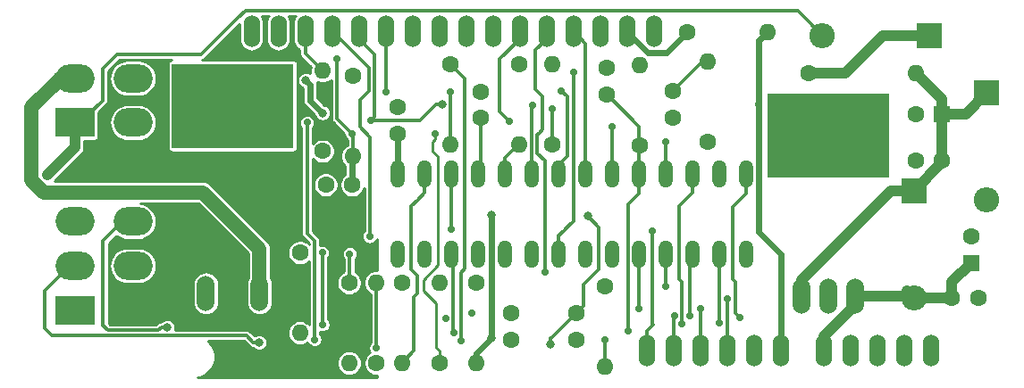
<source format=gtl>
G04 #@! TF.GenerationSoftware,KiCad,Pcbnew,5.1.2-f72e74a~84~ubuntu19.04.1*
G04 #@! TF.CreationDate,2019-06-18T19:15:32+02:00*
G04 #@! TF.ProjectId,SLC_Free_PCB,534c435f-4672-4656-955f-5043422e6b69,rev?*
G04 #@! TF.SameCoordinates,Original*
G04 #@! TF.FileFunction,Copper,L1,Top*
G04 #@! TF.FilePolarity,Positive*
%FSLAX46Y46*%
G04 Gerber Fmt 4.6, Leading zero omitted, Abs format (unit mm)*
G04 Created by KiCad (PCBNEW 5.1.2-f72e74a~84~ubuntu19.04.1) date 2019-06-18 19:15:32*
%MOMM*%
%LPD*%
G04 APERTURE LIST*
%ADD10O,1.600000X1.600000*%
%ADD11C,1.600000*%
%ADD12O,3.700000X2.700000*%
%ADD13R,3.700000X2.700000*%
%ADD14R,11.500000X8.000000*%
%ADD15O,1.676400X3.352800*%
%ADD16O,1.320800X2.641600*%
%ADD17O,1.524000X3.048000*%
%ADD18R,2.400000X2.400000*%
%ADD19O,2.400000X2.400000*%
%ADD20R,1.600000X1.600000*%
%ADD21C,0.800000*%
%ADD22C,0.711200*%
%ADD23C,0.304800*%
%ADD24C,1.350000*%
%ADD25C,0.609600*%
%ADD26C,1.016000*%
%ADD27C,0.250000*%
%ADD28C,0.203200*%
%ADD29C,0.254000*%
G04 APERTURE END LIST*
D10*
X152981500Y-122110000D03*
D11*
X152981500Y-114490000D03*
D12*
X108230000Y-94790000D03*
X108230000Y-98990000D03*
X102730000Y-94790000D03*
D13*
X102730000Y-98990000D03*
D12*
X108220000Y-108380000D03*
X108220000Y-112580000D03*
X108220000Y-116780000D03*
X102720000Y-108380000D03*
X102720000Y-112580000D03*
D13*
X102720000Y-116780000D03*
D10*
X182400000Y-94270000D03*
D11*
X172240000Y-94270000D03*
X141150000Y-96050000D03*
X141150000Y-98550000D03*
D10*
X147925000Y-93480000D03*
D11*
X147925000Y-101100000D03*
D10*
X144810000Y-101090000D03*
D11*
X144810000Y-93470000D03*
D10*
X168395000Y-90375000D03*
D11*
X160775000Y-90375000D03*
D10*
X156250000Y-93505000D03*
D11*
X156250000Y-101125000D03*
D10*
X162650000Y-93205000D03*
D11*
X162650000Y-100825000D03*
D10*
X124050000Y-118950000D03*
D11*
X124050000Y-111330000D03*
D10*
X131275000Y-114200000D03*
D11*
X131275000Y-121820000D03*
D10*
X128725000Y-121820000D03*
D11*
X128725000Y-114200000D03*
D10*
X133725000Y-121820000D03*
D11*
X133725000Y-114200000D03*
D10*
X137325000Y-114200000D03*
D11*
X137325000Y-121820000D03*
D10*
X140725000Y-121820000D03*
D11*
X140725000Y-114200000D03*
D10*
X138300300Y-101079400D03*
D11*
X138300300Y-93459400D03*
D10*
X129075000Y-102170000D03*
D11*
X129075000Y-94550000D03*
D10*
X126200000Y-94080000D03*
D11*
X126200000Y-101700000D03*
X126500000Y-104900000D03*
X129000000Y-104900000D03*
X144075000Y-119575000D03*
X144075000Y-117075000D03*
X150275000Y-117075000D03*
X150275000Y-119575000D03*
X188320000Y-115620000D03*
X185820000Y-115620000D03*
X182400000Y-102570000D03*
X184900000Y-102570000D03*
X159356900Y-98500000D03*
X159356900Y-96000000D03*
X153130000Y-93800000D03*
X153130000Y-96300000D03*
X133347300Y-97538000D03*
X133347300Y-100038000D03*
D14*
X117690000Y-97410000D03*
D15*
X115150000Y-115190000D03*
X117690000Y-115190000D03*
X120230000Y-115190000D03*
D14*
X174114300Y-100217200D03*
D15*
X171574300Y-115457200D03*
X174114300Y-115457200D03*
X176654300Y-115457200D03*
D16*
X133347300Y-103848000D03*
X135887300Y-103848000D03*
X138427300Y-103848000D03*
X140967300Y-103848000D03*
X143507300Y-103848000D03*
X146047300Y-103848000D03*
X148587300Y-103848000D03*
X151127300Y-103848000D03*
X153667300Y-103848000D03*
X156207300Y-103848000D03*
X158747300Y-103848000D03*
X161287300Y-103848000D03*
X163827300Y-103848000D03*
X166367300Y-103848000D03*
X166367300Y-111468000D03*
X163827300Y-111468000D03*
X161287300Y-111468000D03*
X158747300Y-111468000D03*
X156207300Y-111468000D03*
X153667300Y-111468000D03*
X143507300Y-111468000D03*
X146047300Y-111468000D03*
X140967300Y-111468000D03*
X138427300Y-111468000D03*
X151127300Y-111468000D03*
X148587300Y-111468000D03*
X135887300Y-111468000D03*
X133347300Y-111468000D03*
D17*
X183817100Y-120586600D03*
X181277100Y-120586600D03*
X178737100Y-120586600D03*
X176197100Y-120586600D03*
X173657100Y-120586600D03*
X157578900Y-90309800D03*
X155038900Y-90309800D03*
X152498900Y-90309800D03*
X149958900Y-90309800D03*
X147418900Y-90309800D03*
X144878900Y-90309800D03*
X142338900Y-90309800D03*
X139798900Y-90309800D03*
X137258900Y-90309800D03*
X134718900Y-90309800D03*
X132178900Y-90309800D03*
X129638900Y-90309800D03*
X127098900Y-90309800D03*
X124558900Y-90309800D03*
X122018900Y-90309800D03*
X119478900Y-90309800D03*
X169593100Y-120586600D03*
X167053100Y-120586600D03*
X164513100Y-120586600D03*
X161973100Y-120586600D03*
X159433100Y-120586600D03*
X156893100Y-120586600D03*
D18*
X183730000Y-90700000D03*
D19*
X173570000Y-90700000D03*
D18*
X182250000Y-105440000D03*
D19*
X182250000Y-115600000D03*
X189140000Y-106300000D03*
D18*
X189140000Y-96140000D03*
D20*
X184900000Y-98160000D03*
D11*
X182400000Y-98160000D03*
X187650000Y-109790000D03*
D20*
X187650000Y-112290000D03*
D21*
X142220000Y-107750000D03*
X142220000Y-119410000D03*
X151330000Y-107880000D03*
X147820000Y-120040000D03*
X124610000Y-94980000D03*
X126190000Y-98070000D03*
D22*
X147950000Y-97690000D03*
X129003900Y-100038000D03*
X127560000Y-92980000D03*
X136852500Y-100038000D03*
X167535700Y-97244000D03*
X138427300Y-109080400D03*
X157473300Y-109283600D03*
X146060000Y-97300000D03*
D21*
X137510000Y-97290000D03*
D22*
X130731100Y-98800000D03*
X148810000Y-95970000D03*
X132170000Y-96070000D03*
X143913700Y-98877600D03*
X153667300Y-99400000D03*
X155191300Y-118783200D03*
X158747300Y-100825400D03*
X126159100Y-111341000D03*
X126209900Y-118148200D03*
X160271300Y-118072000D03*
X137870000Y-117560000D03*
X165732300Y-117487800D03*
X163801900Y-117995800D03*
X159560100Y-117360800D03*
X160982500Y-117360800D03*
X158747300Y-114516000D03*
X161973100Y-116649600D03*
X156181900Y-116649600D03*
X164540000Y-115710000D03*
X130670000Y-109780000D03*
X140332300Y-117075000D03*
X138605100Y-118961000D03*
D21*
X120190000Y-119860000D03*
D22*
X147300000Y-113169800D03*
X149950000Y-94230000D03*
X131289900Y-120383400D03*
X128775300Y-111468000D03*
X138300300Y-96050200D03*
X139316300Y-119672200D03*
D21*
X111490000Y-118400000D03*
D22*
X152981500Y-119596000D03*
X124730000Y-98990000D03*
X125447900Y-119570600D03*
D21*
X100118000Y-103968000D03*
X100718000Y-103368000D03*
D23*
X150898699Y-116395601D02*
X150898699Y-114391301D01*
X150238300Y-117056000D02*
X150898699Y-116395601D01*
X150898699Y-114391301D02*
X152390000Y-112900000D01*
X152390000Y-108940000D02*
X151330000Y-107880000D01*
X152390000Y-112900000D02*
X152390000Y-108940000D01*
D24*
X120230000Y-112163600D02*
X120230000Y-115190000D01*
X120230000Y-111990000D02*
X120230000Y-112163600D01*
D25*
X142220000Y-108315685D02*
X142220000Y-119410000D01*
X142220000Y-107750000D02*
X142220000Y-108315685D01*
D23*
X147820000Y-120040000D02*
X147820000Y-119474300D01*
X147820000Y-119474300D02*
X147944300Y-119350000D01*
X147944300Y-119350000D02*
X150238300Y-117056000D01*
D25*
X140725000Y-120905000D02*
X142220000Y-119410000D01*
X140725000Y-121820000D02*
X140725000Y-120905000D01*
D24*
X102730000Y-94790000D02*
X101490000Y-94790000D01*
X102730000Y-94790000D02*
X101300000Y-94790000D01*
D26*
X102730000Y-94790000D02*
X101360000Y-94790000D01*
D25*
X125009999Y-95379999D02*
X125009999Y-96889999D01*
X124610000Y-94980000D02*
X125009999Y-95379999D01*
X125009999Y-96889999D02*
X126190000Y-98070000D01*
X126190000Y-98070000D02*
X126190000Y-98070000D01*
D24*
X98620000Y-97530000D02*
X101360000Y-94790000D01*
X98620000Y-104450000D02*
X98620000Y-97530000D01*
X99771301Y-105601301D02*
X98620000Y-104450000D01*
X120230000Y-115190000D02*
X120230000Y-110992602D01*
X114838699Y-105601301D02*
X99771301Y-105601301D01*
X120230000Y-110992602D02*
X114838699Y-105601301D01*
D25*
X133347300Y-103848000D02*
X133347300Y-100038000D01*
X129003900Y-104889400D02*
X129003900Y-102171600D01*
X168348500Y-90386000D02*
X167535700Y-91198800D01*
X167535700Y-91198800D02*
X167535700Y-97244000D01*
D27*
X136852500Y-100540894D02*
X136575000Y-100818394D01*
X136852500Y-100038000D02*
X136852500Y-100540894D01*
X136575000Y-100818394D02*
X136575000Y-101675000D01*
X136575000Y-101675000D02*
X137150000Y-102250000D01*
X137150000Y-102250000D02*
X137150000Y-112525000D01*
X137150000Y-112525000D02*
X135725000Y-113950000D01*
X135725000Y-113950000D02*
X135725000Y-114925000D01*
X135725000Y-114925000D02*
X136950000Y-116150000D01*
X136950000Y-116150000D02*
X136950000Y-120300000D01*
X137325000Y-120675000D02*
X137325000Y-121820000D01*
X136950000Y-120300000D02*
X137325000Y-120675000D01*
D23*
X147950000Y-101075000D02*
X147925000Y-101100000D01*
X147950000Y-97690000D02*
X147950000Y-101075000D01*
X129075000Y-100109100D02*
X129003900Y-100038000D01*
X129075000Y-102170000D02*
X129075000Y-100109100D01*
X127560000Y-93482894D02*
X127550000Y-93492894D01*
X127560000Y-92980000D02*
X127560000Y-93482894D01*
X127550000Y-98584100D02*
X129003900Y-100038000D01*
X127550000Y-93492894D02*
X127550000Y-98584100D01*
D26*
X185800000Y-115600000D02*
X185820000Y-115620000D01*
X182250000Y-115600000D02*
X185800000Y-115600000D01*
X185820000Y-114120000D02*
X187650000Y-112290000D01*
X185820000Y-115620000D02*
X185820000Y-114120000D01*
X181607200Y-114957200D02*
X182250000Y-115600000D01*
X176654300Y-115795400D02*
X176654300Y-114957200D01*
X182107200Y-115457200D02*
X182250000Y-115600000D01*
X176654300Y-115457200D02*
X182107200Y-115457200D01*
X176654300Y-116295400D02*
X176654300Y-115457200D01*
X173657100Y-119292600D02*
X176654300Y-116295400D01*
X173657100Y-120586600D02*
X173657100Y-119292600D01*
D25*
X167535700Y-97244000D02*
X167535700Y-109384300D01*
X169593100Y-111441700D02*
X167535700Y-109384300D01*
X169593100Y-120586600D02*
X169593100Y-111441700D01*
D23*
X133702900Y-121805800D02*
X134871300Y-120637400D01*
X135887300Y-105676800D02*
X135887300Y-103848000D01*
X134871300Y-120637400D02*
X134871300Y-115508700D01*
X134871300Y-115508700D02*
X135160000Y-115220000D01*
X135160000Y-115220000D02*
X135160000Y-113470000D01*
X135160000Y-113470000D02*
X134620000Y-112930000D01*
X134620000Y-112930000D02*
X134620000Y-106944100D01*
X134620000Y-106944100D02*
X135160000Y-106404100D01*
X134871300Y-106692800D02*
X135160000Y-106404100D01*
X135160000Y-106404100D02*
X135887300Y-105676800D01*
X138427300Y-103848000D02*
X138427300Y-109080400D01*
X156893100Y-118757800D02*
X157510000Y-118140900D01*
X156893100Y-120586600D02*
X156893100Y-118757800D01*
X157473300Y-118104200D02*
X157473300Y-109283600D01*
X157510000Y-118140900D02*
X157473300Y-118104200D01*
X140967300Y-98768000D02*
X141145100Y-98590200D01*
X141150000Y-103665300D02*
X140967300Y-103848000D01*
X141150000Y-98550000D02*
X141150000Y-103665300D01*
X143507300Y-103848000D02*
X143507300Y-102349400D01*
X143507300Y-102349400D02*
X144777300Y-101079400D01*
X129638900Y-91071800D02*
X129638900Y-90309800D01*
X131086699Y-92519599D02*
X129638900Y-91071800D01*
X131086699Y-98444401D02*
X131086699Y-92519599D01*
X130731100Y-98800000D02*
X131086699Y-98444401D01*
X146047300Y-97417300D02*
X146040000Y-97410000D01*
X146047300Y-103848000D02*
X146047300Y-97417300D01*
X135434315Y-98800000D02*
X134920000Y-98800000D01*
X137510000Y-97290000D02*
X136944315Y-97290000D01*
X136944315Y-97290000D02*
X135434315Y-98800000D01*
X130731100Y-98800000D02*
X134920000Y-98800000D01*
X134920000Y-98800000D02*
X135384200Y-98800000D01*
X148587300Y-103848000D02*
X148942900Y-103492400D01*
X148587300Y-103848000D02*
X148587300Y-102972700D01*
X148587300Y-102972700D02*
X149360000Y-102200000D01*
X149360000Y-96520000D02*
X148810000Y-95970000D01*
X149360000Y-102200000D02*
X149360000Y-96520000D01*
X132178900Y-96061100D02*
X132170000Y-96070000D01*
X132178900Y-90309800D02*
X132178900Y-96061100D01*
X151127300Y-103848000D02*
X151127300Y-91478200D01*
X151127300Y-91478200D02*
X149958900Y-90309800D01*
X144878900Y-91071800D02*
X144878900Y-90309800D01*
X142990000Y-92960700D02*
X144878900Y-91071800D01*
X153667300Y-103848000D02*
X153667300Y-102222400D01*
X153667300Y-102222400D02*
X153667300Y-99400000D01*
X142990000Y-97953900D02*
X143913700Y-98877600D01*
X142990000Y-92960700D02*
X142990000Y-97953900D01*
X155191300Y-118783200D02*
X155191300Y-106718200D01*
X155191300Y-106718200D02*
X156207300Y-105702200D01*
X156207300Y-105702200D02*
X156207300Y-103848000D01*
X156207300Y-99357300D02*
X156207300Y-103848000D01*
X153130000Y-96280000D02*
X156207300Y-99357300D01*
X158747300Y-103848000D02*
X158747300Y-100825400D01*
X126209900Y-111391800D02*
X126159100Y-111341000D01*
X126209900Y-118148200D02*
X126209900Y-111391800D01*
X161287300Y-105600600D02*
X161287300Y-103848000D01*
X159990000Y-106897900D02*
X161287300Y-105600600D01*
X159990000Y-113810000D02*
X159990000Y-106897900D01*
X160268101Y-114088101D02*
X159990000Y-113810000D01*
X160271300Y-118072000D02*
X160268101Y-118068801D01*
X160268101Y-118068801D02*
X160268101Y-114088101D01*
X166367300Y-105727600D02*
X166367300Y-103848000D01*
X165090000Y-107004900D02*
X166367300Y-105727600D01*
X165090000Y-113870000D02*
X165090000Y-107004900D01*
X165351300Y-114131300D02*
X165090000Y-113870000D01*
X165732300Y-117487800D02*
X165351300Y-117106800D01*
X165351300Y-117106800D02*
X165351300Y-114131300D01*
X163827300Y-111468000D02*
X163827300Y-115735200D01*
X163827300Y-115735200D02*
X163801900Y-115760600D01*
X163801900Y-115760600D02*
X163801900Y-117995800D01*
X159433100Y-120586600D02*
X159433100Y-117487800D01*
X159433100Y-117487800D02*
X159560100Y-117360800D01*
X160982500Y-117360800D02*
X160982500Y-111772800D01*
X160982500Y-111772800D02*
X161287300Y-111468000D01*
X158747300Y-114516000D02*
X158747300Y-111468000D01*
X161973100Y-120586600D02*
X161973100Y-116649600D01*
X156207300Y-111468000D02*
X156207300Y-116624200D01*
X156207300Y-116624200D02*
X156181900Y-116649600D01*
X164540000Y-120559700D02*
X164513100Y-120586600D01*
X164540000Y-115710000D02*
X164540000Y-120559700D01*
X130680000Y-109267106D02*
X130670000Y-109277106D01*
X130680000Y-100350000D02*
X130680000Y-109267106D01*
X127098900Y-90309800D02*
X130581889Y-93792789D01*
X130670000Y-109277106D02*
X130670000Y-109780000D01*
X130680000Y-100350000D02*
X129720000Y-99390000D01*
X129720000Y-99390000D02*
X129720000Y-96811889D01*
X129720000Y-96811889D02*
X130581889Y-95950000D01*
X130581889Y-93792789D02*
X130581889Y-95950000D01*
D28*
X136776300Y-113779400D02*
X136852500Y-113703200D01*
D23*
X138605100Y-118961000D02*
X138757500Y-118808600D01*
X138600000Y-118975000D02*
X138600000Y-111964600D01*
X138757500Y-111798200D02*
X138427300Y-111468000D01*
X100562493Y-119202494D02*
X99860000Y-118500000D01*
X120190000Y-119860000D02*
X119624315Y-119860000D01*
X119624315Y-119860000D02*
X118963691Y-119199376D01*
X100562597Y-119202390D02*
X100562493Y-119202494D01*
X118963691Y-119199376D02*
X107600624Y-119199376D01*
X107600624Y-119199376D02*
X107597610Y-119202390D01*
X107597610Y-119202390D02*
X100562597Y-119202390D01*
X102720000Y-112580000D02*
X102220000Y-112580000D01*
X99860000Y-118500000D02*
X99860000Y-115360000D01*
X99860000Y-114940000D02*
X99860000Y-115360000D01*
X102220000Y-112580000D02*
X99860000Y-114940000D01*
X147300000Y-112666906D02*
X147310000Y-112656906D01*
X147300000Y-113169800D02*
X147300000Y-112666906D01*
X147310000Y-112656906D02*
X147310000Y-102630000D01*
X147418900Y-91071800D02*
X146390000Y-92100700D01*
X147418900Y-90309800D02*
X147418900Y-91071800D01*
X146755301Y-99924699D02*
X146552110Y-100127890D01*
X146552110Y-101872110D02*
X147310000Y-102630000D01*
X146552110Y-100127890D02*
X146552110Y-101872110D01*
X146755301Y-99924699D02*
X146765301Y-99924699D01*
X146765301Y-99924699D02*
X147040000Y-99650000D01*
X147040000Y-96460000D02*
X146390000Y-95810000D01*
X146390000Y-92100700D02*
X146390000Y-95810000D01*
X147040000Y-99650000D02*
X147040000Y-96460000D01*
X148587300Y-109690000D02*
X148587300Y-111468000D01*
X149950000Y-108327300D02*
X149017300Y-109260000D01*
X149654100Y-108623200D02*
X149017300Y-109260000D01*
X149950000Y-94230000D02*
X149950000Y-108327300D01*
X149017300Y-109260000D02*
X148587300Y-109690000D01*
X131289900Y-120383400D02*
X131264500Y-118453000D01*
X131264500Y-118453000D02*
X131264500Y-114185800D01*
X128775300Y-114185800D02*
X128775300Y-111468000D01*
X138300300Y-101079400D02*
X138300300Y-96050200D01*
X139675000Y-112866300D02*
X139316300Y-113225000D01*
X139675000Y-94834100D02*
X139675000Y-112866300D01*
X138300300Y-93459400D02*
X139675000Y-94834100D01*
X139316300Y-119672200D02*
X139316300Y-113225000D01*
X110924315Y-118400000D02*
X111490000Y-118400000D01*
X110629749Y-118694566D02*
X110924315Y-118400000D01*
X107388511Y-118697580D02*
X107391525Y-118694566D01*
X107391525Y-118694566D02*
X110629749Y-118694566D01*
X105410000Y-118270000D02*
X105837580Y-118697580D01*
X105837580Y-118697580D02*
X107388511Y-118697580D01*
X107720000Y-108380000D02*
X108220000Y-108380000D01*
X105410000Y-110500000D02*
X105410000Y-118270000D01*
X108220000Y-108380000D02*
X107270000Y-108380000D01*
X105410000Y-110240000D02*
X105410000Y-110500000D01*
X107270000Y-108380000D02*
X105410000Y-110240000D01*
D27*
X155038900Y-91071800D02*
X155038900Y-90309800D01*
D23*
X155038900Y-90309800D02*
X155038900Y-90588346D01*
D25*
X159975001Y-91174999D02*
X160775000Y-90375000D01*
X158811390Y-92338610D02*
X159975001Y-91174999D01*
X157014716Y-92338610D02*
X158811390Y-92338610D01*
X155038900Y-90309800D02*
X155038900Y-90362794D01*
X155038900Y-90362794D02*
X157014716Y-92338610D01*
D23*
X124558900Y-92438900D02*
X126200000Y-94080000D01*
X124558900Y-90309800D02*
X124558900Y-92438900D01*
X152981500Y-119596000D02*
X152981500Y-122136000D01*
X125440000Y-119059806D02*
X125447900Y-119067706D01*
X125447900Y-119067706D02*
X125447900Y-119570600D01*
X125440000Y-110210000D02*
X125440000Y-119059806D01*
X124730000Y-98990000D02*
X124730000Y-109500000D01*
X124730000Y-109500000D02*
X125440000Y-110210000D01*
X162151900Y-93205000D02*
X162650000Y-93205000D01*
X159356900Y-96000000D02*
X162151900Y-93205000D01*
X102710000Y-99710000D02*
X103210000Y-99710000D01*
D26*
X102730000Y-101356000D02*
X102730000Y-98990000D01*
X100718000Y-103368000D02*
X102730000Y-101356000D01*
X100118000Y-103968000D02*
X100718000Y-103368000D01*
D23*
X103230000Y-98990000D02*
X102730000Y-98990000D01*
X105330000Y-96890000D02*
X103230000Y-98990000D01*
X118137410Y-89079844D02*
X114717254Y-92500000D01*
X105330000Y-93900000D02*
X105330000Y-96890000D01*
X114717254Y-92500000D02*
X106730000Y-92500000D01*
X106730000Y-92500000D02*
X105330000Y-93900000D01*
X118137410Y-89079844D02*
X118137410Y-89072590D01*
X118879844Y-88337410D02*
X118137410Y-89079844D01*
X172370001Y-89497411D02*
X171210000Y-88337410D01*
X171210000Y-88337410D02*
X118879844Y-88337410D01*
X173570000Y-90700000D02*
X172370001Y-89500001D01*
X172370001Y-89500001D02*
X172370001Y-89497411D01*
D26*
X179310000Y-90700000D02*
X175740000Y-94270000D01*
X183730000Y-90700000D02*
X179310000Y-90700000D01*
X172240000Y-94270000D02*
X175740000Y-94270000D01*
X184900000Y-102320000D02*
X184900000Y-102440000D01*
X184900000Y-97850000D02*
X184920000Y-97830000D01*
X184890000Y-102330000D02*
X184900000Y-102320000D01*
X184900000Y-102320000D02*
X184900000Y-102790000D01*
X180034000Y-105440000D02*
X182250000Y-105440000D01*
X171574300Y-113899700D02*
X180034000Y-105440000D01*
X171574300Y-115457200D02*
X171574300Y-113899700D01*
X184900000Y-102320000D02*
X184900000Y-98160000D01*
X184900000Y-96770000D02*
X182400000Y-94270000D01*
X184900000Y-98160000D02*
X184900000Y-96770000D01*
X187120000Y-98160000D02*
X189140000Y-96140000D01*
X184900000Y-98160000D02*
X187120000Y-98160000D01*
X184900000Y-102790000D02*
X182250000Y-105440000D01*
X184900000Y-102570000D02*
X184900000Y-102790000D01*
D29*
G36*
X121063932Y-88909712D02*
G01*
X120957797Y-89108278D01*
X120892439Y-89323734D01*
X120875900Y-89491655D01*
X120875900Y-91127946D01*
X120892439Y-91295867D01*
X120957798Y-91511323D01*
X121063933Y-91709889D01*
X121206768Y-91883933D01*
X121380812Y-92026768D01*
X121579378Y-92132903D01*
X121794834Y-92198261D01*
X122018900Y-92220330D01*
X122242967Y-92198261D01*
X122458423Y-92132903D01*
X122656989Y-92026768D01*
X122831033Y-91883933D01*
X122973868Y-91709889D01*
X123080003Y-91511323D01*
X123145361Y-91295867D01*
X123161900Y-91127946D01*
X123161900Y-89491654D01*
X123145361Y-89323733D01*
X123080003Y-89108277D01*
X122973868Y-88909711D01*
X122941943Y-88870810D01*
X123635858Y-88870810D01*
X123603932Y-88909712D01*
X123497797Y-89108278D01*
X123432439Y-89323734D01*
X123415900Y-89491655D01*
X123415900Y-91127946D01*
X123432439Y-91295867D01*
X123497798Y-91511323D01*
X123603933Y-91709889D01*
X123746768Y-91883933D01*
X123920812Y-92026768D01*
X124025501Y-92082725D01*
X124025501Y-92412703D01*
X124022921Y-92438900D01*
X124033219Y-92543464D01*
X124063719Y-92644010D01*
X124084146Y-92682225D01*
X124113250Y-92736675D01*
X124137976Y-92766803D01*
X124163207Y-92797548D01*
X124163210Y-92797551D01*
X124179906Y-92817895D01*
X124200250Y-92834591D01*
X125077529Y-93711871D01*
X125036088Y-93848484D01*
X125013286Y-94080000D01*
X125036088Y-94311516D01*
X125041371Y-94328933D01*
X124979942Y-94287887D01*
X124837809Y-94229013D01*
X124686922Y-94199000D01*
X124533078Y-94199000D01*
X124382191Y-94229013D01*
X124240058Y-94287887D01*
X124112141Y-94373358D01*
X124003358Y-94482141D01*
X123917887Y-94610058D01*
X123859013Y-94752191D01*
X123829000Y-94903078D01*
X123829000Y-95056922D01*
X123859013Y-95207809D01*
X123917887Y-95349942D01*
X124003358Y-95477859D01*
X124112141Y-95586642D01*
X124240058Y-95672113D01*
X124324199Y-95706966D01*
X124324200Y-96856311D01*
X124320882Y-96889999D01*
X124334123Y-97024439D01*
X124373338Y-97153713D01*
X124437019Y-97272852D01*
X124490132Y-97337570D01*
X124522720Y-97377279D01*
X124548885Y-97398752D01*
X125436796Y-98286664D01*
X125439013Y-98297809D01*
X125497887Y-98439942D01*
X125583358Y-98567859D01*
X125692141Y-98676642D01*
X125820058Y-98762113D01*
X125962191Y-98820987D01*
X126113078Y-98851000D01*
X126266922Y-98851000D01*
X126417809Y-98820987D01*
X126559942Y-98762113D01*
X126687859Y-98676642D01*
X126796642Y-98567859D01*
X126882113Y-98439942D01*
X126940987Y-98297809D01*
X126971000Y-98146922D01*
X126971000Y-97993078D01*
X126940987Y-97842191D01*
X126882113Y-97700058D01*
X126796642Y-97572141D01*
X126687859Y-97463358D01*
X126559942Y-97377887D01*
X126417809Y-97319013D01*
X126406664Y-97316796D01*
X125695799Y-96605932D01*
X125695799Y-95413677D01*
X125699116Y-95379998D01*
X125695799Y-95346319D01*
X125695799Y-95346310D01*
X125685876Y-95245559D01*
X125649221Y-95124724D01*
X125745864Y-95176381D01*
X125968484Y-95243912D01*
X126141984Y-95261000D01*
X126258016Y-95261000D01*
X126431516Y-95243912D01*
X126654136Y-95176381D01*
X126859303Y-95066717D01*
X127016600Y-94937627D01*
X127016601Y-98557903D01*
X127014021Y-98584100D01*
X127024319Y-98688664D01*
X127054819Y-98789210D01*
X127073092Y-98823396D01*
X127104350Y-98881875D01*
X127131674Y-98915169D01*
X127154307Y-98942748D01*
X127154310Y-98942751D01*
X127171006Y-98963095D01*
X127191350Y-98979791D01*
X128267300Y-100055742D01*
X128267300Y-100110549D01*
X128295607Y-100252858D01*
X128351134Y-100386911D01*
X128431745Y-100507555D01*
X128534345Y-100610155D01*
X128541601Y-100615003D01*
X128541601Y-101115986D01*
X128415697Y-101183283D01*
X128235866Y-101330866D01*
X128088283Y-101510697D01*
X127978619Y-101715864D01*
X127911088Y-101938484D01*
X127888286Y-102170000D01*
X127911088Y-102401516D01*
X127978619Y-102624136D01*
X128088283Y-102829303D01*
X128235866Y-103009134D01*
X128318101Y-103076622D01*
X128318100Y-103935255D01*
X128247157Y-103982658D01*
X128082658Y-104147157D01*
X127953412Y-104340587D01*
X127864386Y-104555515D01*
X127819000Y-104783682D01*
X127819000Y-105016318D01*
X127864386Y-105244485D01*
X127953412Y-105459413D01*
X128082658Y-105652843D01*
X128247157Y-105817342D01*
X128440587Y-105946588D01*
X128655515Y-106035614D01*
X128883682Y-106081000D01*
X129116318Y-106081000D01*
X129344485Y-106035614D01*
X129559413Y-105946588D01*
X129752843Y-105817342D01*
X129917342Y-105652843D01*
X130046588Y-105459413D01*
X130135614Y-105244485D01*
X130146601Y-105189253D01*
X130146601Y-109165019D01*
X130144319Y-109172542D01*
X130136600Y-109250912D01*
X130136600Y-109250919D01*
X130134331Y-109273959D01*
X130097845Y-109310445D01*
X130017234Y-109431089D01*
X129961707Y-109565142D01*
X129933400Y-109707451D01*
X129933400Y-109852549D01*
X129961707Y-109994858D01*
X130017234Y-110128911D01*
X130097845Y-110249555D01*
X130200445Y-110352155D01*
X130321089Y-110432766D01*
X130455142Y-110488293D01*
X130597451Y-110516600D01*
X130742549Y-110516600D01*
X130884858Y-110488293D01*
X131018911Y-110432766D01*
X131139555Y-110352155D01*
X131242155Y-110249555D01*
X131322766Y-110128911D01*
X131366100Y-110024294D01*
X131366100Y-113022258D01*
X131333016Y-113019000D01*
X131216984Y-113019000D01*
X131043484Y-113036088D01*
X130820864Y-113103619D01*
X130615697Y-113213283D01*
X130435866Y-113360866D01*
X130288283Y-113540697D01*
X130178619Y-113745864D01*
X130111088Y-113968484D01*
X130088286Y-114200000D01*
X130111088Y-114431516D01*
X130178619Y-114654136D01*
X130288283Y-114859303D01*
X130435866Y-115039134D01*
X130615697Y-115186717D01*
X130731101Y-115248402D01*
X130731100Y-118430329D01*
X130730802Y-118433826D01*
X130731100Y-118456475D01*
X130731100Y-118479194D01*
X130731445Y-118482697D01*
X130749853Y-119881737D01*
X130717745Y-119913845D01*
X130637134Y-120034489D01*
X130581607Y-120168542D01*
X130553300Y-120310851D01*
X130553300Y-120455949D01*
X130581607Y-120598258D01*
X130637134Y-120732311D01*
X130680335Y-120796967D01*
X130522157Y-120902658D01*
X130357658Y-121067157D01*
X130228412Y-121260587D01*
X130139386Y-121475515D01*
X130094000Y-121703682D01*
X130094000Y-121936318D01*
X130139386Y-122164485D01*
X130228412Y-122379413D01*
X130357658Y-122572843D01*
X130522157Y-122737342D01*
X130715587Y-122866588D01*
X130930515Y-122955614D01*
X131158682Y-123001000D01*
X131366100Y-123001000D01*
X131366100Y-123174262D01*
X114356775Y-123174003D01*
X114595736Y-123126471D01*
X114956255Y-122977139D01*
X115280714Y-122760343D01*
X115556643Y-122484414D01*
X115773439Y-122159955D01*
X115914253Y-121820000D01*
X127538286Y-121820000D01*
X127561088Y-122051516D01*
X127628619Y-122274136D01*
X127738283Y-122479303D01*
X127885866Y-122659134D01*
X128065697Y-122806717D01*
X128270864Y-122916381D01*
X128493484Y-122983912D01*
X128666984Y-123001000D01*
X128783016Y-123001000D01*
X128956516Y-122983912D01*
X129179136Y-122916381D01*
X129384303Y-122806717D01*
X129564134Y-122659134D01*
X129711717Y-122479303D01*
X129821381Y-122274136D01*
X129888912Y-122051516D01*
X129911714Y-121820000D01*
X129888912Y-121588484D01*
X129821381Y-121365864D01*
X129711717Y-121160697D01*
X129564134Y-120980866D01*
X129384303Y-120833283D01*
X129179136Y-120723619D01*
X128956516Y-120656088D01*
X128783016Y-120639000D01*
X128666984Y-120639000D01*
X128493484Y-120656088D01*
X128270864Y-120723619D01*
X128065697Y-120833283D01*
X127885866Y-120980866D01*
X127738283Y-121160697D01*
X127628619Y-121365864D01*
X127561088Y-121588484D01*
X127538286Y-121820000D01*
X115914253Y-121820000D01*
X115922771Y-121799436D01*
X115998900Y-121416711D01*
X115998900Y-121026489D01*
X115922771Y-120643764D01*
X115773439Y-120283245D01*
X115556643Y-119958786D01*
X115330633Y-119732776D01*
X118742750Y-119732776D01*
X119228624Y-120218651D01*
X119245320Y-120238995D01*
X119326540Y-120305651D01*
X119419204Y-120355181D01*
X119519750Y-120385681D01*
X119598120Y-120393400D01*
X119598127Y-120393400D01*
X119621168Y-120395669D01*
X119692141Y-120466642D01*
X119820058Y-120552113D01*
X119962191Y-120610987D01*
X120113078Y-120641000D01*
X120266922Y-120641000D01*
X120417809Y-120610987D01*
X120559942Y-120552113D01*
X120687859Y-120466642D01*
X120796642Y-120357859D01*
X120882113Y-120229942D01*
X120940987Y-120087809D01*
X120971000Y-119936922D01*
X120971000Y-119783078D01*
X120940987Y-119632191D01*
X120882113Y-119490058D01*
X120796642Y-119362141D01*
X120687859Y-119253358D01*
X120559942Y-119167887D01*
X120417809Y-119109013D01*
X120266922Y-119079000D01*
X120113078Y-119079000D01*
X119962191Y-119109013D01*
X119820058Y-119167887D01*
X119740022Y-119221365D01*
X119468657Y-118950000D01*
X122863286Y-118950000D01*
X122886088Y-119181516D01*
X122953619Y-119404136D01*
X123063283Y-119609303D01*
X123210866Y-119789134D01*
X123390697Y-119936717D01*
X123595864Y-120046381D01*
X123818484Y-120113912D01*
X123991984Y-120131000D01*
X124108016Y-120131000D01*
X124281516Y-120113912D01*
X124504136Y-120046381D01*
X124709303Y-119936717D01*
X124778678Y-119879783D01*
X124795134Y-119919511D01*
X124875745Y-120040155D01*
X124978345Y-120142755D01*
X125098989Y-120223366D01*
X125233042Y-120278893D01*
X125375351Y-120307200D01*
X125520449Y-120307200D01*
X125662758Y-120278893D01*
X125796811Y-120223366D01*
X125917455Y-120142755D01*
X126020055Y-120040155D01*
X126100666Y-119919511D01*
X126156193Y-119785458D01*
X126184500Y-119643149D01*
X126184500Y-119498051D01*
X126156193Y-119355742D01*
X126100666Y-119221689D01*
X126020055Y-119101045D01*
X125983569Y-119064559D01*
X125981300Y-119041519D01*
X125981300Y-119041511D01*
X125973581Y-118963141D01*
X125973400Y-118962544D01*
X125973400Y-118847529D01*
X125995042Y-118856493D01*
X126137351Y-118884800D01*
X126282449Y-118884800D01*
X126424758Y-118856493D01*
X126558811Y-118800966D01*
X126679455Y-118720355D01*
X126782055Y-118617755D01*
X126862666Y-118497111D01*
X126918193Y-118363058D01*
X126946500Y-118220749D01*
X126946500Y-118075651D01*
X126918193Y-117933342D01*
X126862666Y-117799289D01*
X126782055Y-117678645D01*
X126743300Y-117639890D01*
X126743300Y-114083682D01*
X127544000Y-114083682D01*
X127544000Y-114316318D01*
X127589386Y-114544485D01*
X127678412Y-114759413D01*
X127807658Y-114952843D01*
X127972157Y-115117342D01*
X128165587Y-115246588D01*
X128380515Y-115335614D01*
X128608682Y-115381000D01*
X128841318Y-115381000D01*
X129069485Y-115335614D01*
X129284413Y-115246588D01*
X129477843Y-115117342D01*
X129642342Y-114952843D01*
X129771588Y-114759413D01*
X129860614Y-114544485D01*
X129906000Y-114316318D01*
X129906000Y-114083682D01*
X129860614Y-113855515D01*
X129771588Y-113640587D01*
X129642342Y-113447157D01*
X129477843Y-113282658D01*
X129308700Y-113169640D01*
X129308700Y-111976310D01*
X129347455Y-111937555D01*
X129428066Y-111816911D01*
X129483593Y-111682858D01*
X129511900Y-111540549D01*
X129511900Y-111395451D01*
X129483593Y-111253142D01*
X129428066Y-111119089D01*
X129347455Y-110998445D01*
X129244855Y-110895845D01*
X129124211Y-110815234D01*
X128990158Y-110759707D01*
X128847849Y-110731400D01*
X128702751Y-110731400D01*
X128560442Y-110759707D01*
X128426389Y-110815234D01*
X128305745Y-110895845D01*
X128203145Y-110998445D01*
X128122534Y-111119089D01*
X128067007Y-111253142D01*
X128038700Y-111395451D01*
X128038700Y-111540549D01*
X128067007Y-111682858D01*
X128122534Y-111816911D01*
X128203145Y-111937555D01*
X128241901Y-111976311D01*
X128241900Y-113121802D01*
X128165587Y-113153412D01*
X127972157Y-113282658D01*
X127807658Y-113447157D01*
X127678412Y-113640587D01*
X127589386Y-113855515D01*
X127544000Y-114083682D01*
X126743300Y-114083682D01*
X126743300Y-111792528D01*
X126811866Y-111689911D01*
X126867393Y-111555858D01*
X126895700Y-111413549D01*
X126895700Y-111268451D01*
X126867393Y-111126142D01*
X126811866Y-110992089D01*
X126731255Y-110871445D01*
X126628655Y-110768845D01*
X126508011Y-110688234D01*
X126373958Y-110632707D01*
X126231649Y-110604400D01*
X126086551Y-110604400D01*
X125973400Y-110626907D01*
X125973400Y-110236194D01*
X125975980Y-110210000D01*
X125967993Y-110128911D01*
X125965681Y-110105435D01*
X125935181Y-110004889D01*
X125885651Y-109912225D01*
X125818995Y-109831005D01*
X125798645Y-109814304D01*
X125263400Y-109279059D01*
X125263400Y-104783682D01*
X125319000Y-104783682D01*
X125319000Y-105016318D01*
X125364386Y-105244485D01*
X125453412Y-105459413D01*
X125582658Y-105652843D01*
X125747157Y-105817342D01*
X125940587Y-105946588D01*
X126155515Y-106035614D01*
X126383682Y-106081000D01*
X126616318Y-106081000D01*
X126844485Y-106035614D01*
X127059413Y-105946588D01*
X127252843Y-105817342D01*
X127417342Y-105652843D01*
X127546588Y-105459413D01*
X127635614Y-105244485D01*
X127681000Y-105016318D01*
X127681000Y-104783682D01*
X127635614Y-104555515D01*
X127546588Y-104340587D01*
X127417342Y-104147157D01*
X127252843Y-103982658D01*
X127059413Y-103853412D01*
X126844485Y-103764386D01*
X126616318Y-103719000D01*
X126383682Y-103719000D01*
X126155515Y-103764386D01*
X125940587Y-103853412D01*
X125747157Y-103982658D01*
X125582658Y-104147157D01*
X125453412Y-104340587D01*
X125364386Y-104555515D01*
X125319000Y-104783682D01*
X125263400Y-104783682D01*
X125263400Y-102424021D01*
X125282658Y-102452843D01*
X125447157Y-102617342D01*
X125640587Y-102746588D01*
X125855515Y-102835614D01*
X126083682Y-102881000D01*
X126316318Y-102881000D01*
X126544485Y-102835614D01*
X126759413Y-102746588D01*
X126952843Y-102617342D01*
X127117342Y-102452843D01*
X127246588Y-102259413D01*
X127335614Y-102044485D01*
X127381000Y-101816318D01*
X127381000Y-101583682D01*
X127335614Y-101355515D01*
X127246588Y-101140587D01*
X127117342Y-100947157D01*
X126952843Y-100782658D01*
X126759413Y-100653412D01*
X126544485Y-100564386D01*
X126316318Y-100519000D01*
X126083682Y-100519000D01*
X125855515Y-100564386D01*
X125640587Y-100653412D01*
X125447157Y-100782658D01*
X125282658Y-100947157D01*
X125263400Y-100975979D01*
X125263400Y-99498310D01*
X125302155Y-99459555D01*
X125382766Y-99338911D01*
X125438293Y-99204858D01*
X125466600Y-99062549D01*
X125466600Y-98917451D01*
X125438293Y-98775142D01*
X125382766Y-98641089D01*
X125302155Y-98520445D01*
X125199555Y-98417845D01*
X125078911Y-98337234D01*
X124944858Y-98281707D01*
X124802549Y-98253400D01*
X124657451Y-98253400D01*
X124515142Y-98281707D01*
X124381089Y-98337234D01*
X124260445Y-98417845D01*
X124157845Y-98520445D01*
X124077234Y-98641089D01*
X124021707Y-98775142D01*
X123993400Y-98917451D01*
X123993400Y-99062549D01*
X124021707Y-99204858D01*
X124077234Y-99338911D01*
X124157845Y-99459555D01*
X124196600Y-99498310D01*
X124196601Y-109473803D01*
X124194021Y-109500000D01*
X124204319Y-109604564D01*
X124234819Y-109705110D01*
X124240009Y-109714819D01*
X124284350Y-109797775D01*
X124296915Y-109813085D01*
X124334307Y-109858648D01*
X124334310Y-109858651D01*
X124351006Y-109878995D01*
X124371350Y-109895691D01*
X124906600Y-110430941D01*
X124906600Y-110516415D01*
X124802843Y-110412658D01*
X124609413Y-110283412D01*
X124394485Y-110194386D01*
X124166318Y-110149000D01*
X123933682Y-110149000D01*
X123705515Y-110194386D01*
X123490587Y-110283412D01*
X123297157Y-110412658D01*
X123132658Y-110577157D01*
X123003412Y-110770587D01*
X122914386Y-110985515D01*
X122869000Y-111213682D01*
X122869000Y-111446318D01*
X122914386Y-111674485D01*
X123003412Y-111889413D01*
X123132658Y-112082843D01*
X123297157Y-112247342D01*
X123490587Y-112376588D01*
X123705515Y-112465614D01*
X123933682Y-112511000D01*
X124166318Y-112511000D01*
X124394485Y-112465614D01*
X124609413Y-112376588D01*
X124802843Y-112247342D01*
X124906600Y-112143585D01*
X124906601Y-118132150D01*
X124889134Y-118110866D01*
X124709303Y-117963283D01*
X124504136Y-117853619D01*
X124281516Y-117786088D01*
X124108016Y-117769000D01*
X123991984Y-117769000D01*
X123818484Y-117786088D01*
X123595864Y-117853619D01*
X123390697Y-117963283D01*
X123210866Y-118110866D01*
X123063283Y-118290697D01*
X122953619Y-118495864D01*
X122886088Y-118718484D01*
X122863286Y-118950000D01*
X119468657Y-118950000D01*
X119359386Y-118840730D01*
X119342686Y-118820381D01*
X119261466Y-118753725D01*
X119168802Y-118704195D01*
X119068256Y-118673695D01*
X118989886Y-118665976D01*
X118989878Y-118665976D01*
X118963691Y-118663397D01*
X118937504Y-118665976D01*
X112225178Y-118665976D01*
X112240987Y-118627809D01*
X112271000Y-118476922D01*
X112271000Y-118323078D01*
X112240987Y-118172191D01*
X112182113Y-118030058D01*
X112096642Y-117902141D01*
X111987859Y-117793358D01*
X111859942Y-117707887D01*
X111717809Y-117649013D01*
X111566922Y-117619000D01*
X111413078Y-117619000D01*
X111262191Y-117649013D01*
X111120058Y-117707887D01*
X110992141Y-117793358D01*
X110921168Y-117864331D01*
X110898127Y-117866600D01*
X110898120Y-117866600D01*
X110819750Y-117874319D01*
X110719204Y-117904819D01*
X110626540Y-117954349D01*
X110545320Y-118021005D01*
X110528619Y-118041355D01*
X110408808Y-118161166D01*
X107417711Y-118161166D01*
X107391524Y-118158587D01*
X107365338Y-118161166D01*
X107365330Y-118161166D01*
X107334729Y-118164180D01*
X106058522Y-118164180D01*
X105943400Y-118049059D01*
X105943400Y-112580000D01*
X105980625Y-112580000D01*
X106014047Y-112919335D01*
X106113027Y-113245630D01*
X106273763Y-113546345D01*
X106490076Y-113809924D01*
X106753655Y-114026237D01*
X107054370Y-114186973D01*
X107380665Y-114285953D01*
X107634968Y-114311000D01*
X108805032Y-114311000D01*
X108998873Y-114291908D01*
X113930800Y-114291908D01*
X113930800Y-116088093D01*
X113948442Y-116267205D01*
X114018157Y-116497025D01*
X114131368Y-116708829D01*
X114283725Y-116894476D01*
X114469372Y-117046833D01*
X114681176Y-117160044D01*
X114910996Y-117229759D01*
X115150000Y-117253299D01*
X115389005Y-117229759D01*
X115618825Y-117160044D01*
X115830629Y-117046833D01*
X116016276Y-116894476D01*
X116168633Y-116708829D01*
X116281844Y-116497025D01*
X116351559Y-116267205D01*
X116369200Y-116088093D01*
X116369200Y-114291907D01*
X116351559Y-114112795D01*
X116281844Y-113882975D01*
X116168633Y-113671171D01*
X116016276Y-113485524D01*
X115830628Y-113333167D01*
X115618824Y-113219956D01*
X115389004Y-113150241D01*
X115150000Y-113126701D01*
X114910995Y-113150241D01*
X114681175Y-113219956D01*
X114469371Y-113333167D01*
X114283724Y-113485524D01*
X114131367Y-113671172D01*
X114018156Y-113882976D01*
X113948441Y-114112796D01*
X113930800Y-114291908D01*
X108998873Y-114291908D01*
X109059335Y-114285953D01*
X109385630Y-114186973D01*
X109686345Y-114026237D01*
X109949924Y-113809924D01*
X110166237Y-113546345D01*
X110326973Y-113245630D01*
X110425953Y-112919335D01*
X110459375Y-112580000D01*
X110425953Y-112240665D01*
X110326973Y-111914370D01*
X110166237Y-111613655D01*
X109949924Y-111350076D01*
X109686345Y-111133763D01*
X109385630Y-110973027D01*
X109059335Y-110874047D01*
X108805032Y-110849000D01*
X107634968Y-110849000D01*
X107380665Y-110874047D01*
X107054370Y-110973027D01*
X106753655Y-111133763D01*
X106490076Y-111350076D01*
X106273763Y-111613655D01*
X106113027Y-111914370D01*
X106014047Y-112240665D01*
X105980625Y-112580000D01*
X105943400Y-112580000D01*
X105943400Y-110460941D01*
X106657234Y-109747107D01*
X106753655Y-109826237D01*
X107054370Y-109986973D01*
X107380665Y-110085953D01*
X107634968Y-110111000D01*
X108805032Y-110111000D01*
X109059335Y-110085953D01*
X109385630Y-109986973D01*
X109686345Y-109826237D01*
X109949924Y-109609924D01*
X110166237Y-109346345D01*
X110326973Y-109045630D01*
X110425953Y-108719335D01*
X110459375Y-108380000D01*
X110425953Y-108040665D01*
X110326973Y-107714370D01*
X110166237Y-107413655D01*
X109949924Y-107150076D01*
X109686345Y-106933763D01*
X109385630Y-106773027D01*
X109059335Y-106674047D01*
X108889312Y-106657301D01*
X114401291Y-106657301D01*
X119174001Y-111430012D01*
X119174001Y-111938121D01*
X119174000Y-111938129D01*
X119174000Y-113741080D01*
X119098156Y-113882976D01*
X119028441Y-114112796D01*
X119010800Y-114291908D01*
X119010800Y-116088093D01*
X119028442Y-116267205D01*
X119098157Y-116497025D01*
X119211368Y-116708829D01*
X119363725Y-116894476D01*
X119549372Y-117046833D01*
X119761176Y-117160044D01*
X119990996Y-117229759D01*
X120230000Y-117253299D01*
X120469005Y-117229759D01*
X120698825Y-117160044D01*
X120910629Y-117046833D01*
X121096276Y-116894476D01*
X121248633Y-116708829D01*
X121361844Y-116497025D01*
X121431559Y-116267205D01*
X121449200Y-116088093D01*
X121449200Y-114291907D01*
X121431559Y-114112795D01*
X121361844Y-113882975D01*
X121286000Y-113741080D01*
X121286000Y-111044466D01*
X121291108Y-110992602D01*
X121286000Y-110940737D01*
X121286000Y-110940730D01*
X121270720Y-110785590D01*
X121210337Y-110586533D01*
X121112280Y-110403081D01*
X120980317Y-110242285D01*
X120940025Y-110209218D01*
X115622088Y-104891282D01*
X115589016Y-104850984D01*
X115428220Y-104719021D01*
X115244768Y-104620964D01*
X115045711Y-104560581D01*
X114890571Y-104545301D01*
X114890563Y-104545301D01*
X114838699Y-104540193D01*
X114786835Y-104545301D01*
X100797934Y-104545301D01*
X101377495Y-103965741D01*
X101377499Y-103965736D01*
X103327743Y-102015493D01*
X103361659Y-101987659D01*
X103472753Y-101852291D01*
X103555303Y-101697851D01*
X103606136Y-101530274D01*
X103619000Y-101399667D01*
X103619000Y-101399660D01*
X103623300Y-101356000D01*
X103619000Y-101312340D01*
X103619000Y-100722843D01*
X104580000Y-100722843D01*
X104654689Y-100715487D01*
X104726508Y-100693701D01*
X104792696Y-100658322D01*
X104850711Y-100610711D01*
X104898322Y-100552696D01*
X104933701Y-100486508D01*
X104955487Y-100414689D01*
X104962843Y-100340000D01*
X104962843Y-98990000D01*
X105990625Y-98990000D01*
X106024047Y-99329335D01*
X106123027Y-99655630D01*
X106283763Y-99956345D01*
X106500076Y-100219924D01*
X106763655Y-100436237D01*
X107064370Y-100596973D01*
X107390665Y-100695953D01*
X107644968Y-100721000D01*
X108815032Y-100721000D01*
X109069335Y-100695953D01*
X109395630Y-100596973D01*
X109696345Y-100436237D01*
X109959924Y-100219924D01*
X110176237Y-99956345D01*
X110336973Y-99655630D01*
X110435953Y-99329335D01*
X110469375Y-98990000D01*
X110435953Y-98650665D01*
X110336973Y-98324370D01*
X110176237Y-98023655D01*
X109959924Y-97760076D01*
X109696345Y-97543763D01*
X109395630Y-97383027D01*
X109069335Y-97284047D01*
X108815032Y-97259000D01*
X107644968Y-97259000D01*
X107390665Y-97284047D01*
X107064370Y-97383027D01*
X106763655Y-97543763D01*
X106500076Y-97760076D01*
X106283763Y-98023655D01*
X106123027Y-98324370D01*
X106024047Y-98650665D01*
X105990625Y-98990000D01*
X104962843Y-98990000D01*
X104962843Y-98011499D01*
X105688651Y-97285691D01*
X105708995Y-97268995D01*
X105775651Y-97187775D01*
X105825181Y-97095111D01*
X105855681Y-96994565D01*
X105863400Y-96916195D01*
X105863400Y-96916188D01*
X105865979Y-96890001D01*
X105863400Y-96863814D01*
X105863400Y-94790000D01*
X105990625Y-94790000D01*
X106024047Y-95129335D01*
X106123027Y-95455630D01*
X106283763Y-95756345D01*
X106500076Y-96019924D01*
X106763655Y-96236237D01*
X107064370Y-96396973D01*
X107390665Y-96495953D01*
X107644968Y-96521000D01*
X108815032Y-96521000D01*
X109069335Y-96495953D01*
X109395630Y-96396973D01*
X109696345Y-96236237D01*
X109959924Y-96019924D01*
X110176237Y-95756345D01*
X110336973Y-95455630D01*
X110435953Y-95129335D01*
X110469375Y-94790000D01*
X110435953Y-94450665D01*
X110336973Y-94124370D01*
X110176237Y-93823655D01*
X109959924Y-93560076D01*
X109696345Y-93343763D01*
X109395630Y-93183027D01*
X109069335Y-93084047D01*
X108815032Y-93059000D01*
X107644968Y-93059000D01*
X107390665Y-93084047D01*
X107064370Y-93183027D01*
X106763655Y-93343763D01*
X106500076Y-93560076D01*
X106283763Y-93823655D01*
X106123027Y-94124370D01*
X106024047Y-94450665D01*
X105990625Y-94790000D01*
X105863400Y-94790000D01*
X105863400Y-94120941D01*
X106950942Y-93033400D01*
X111876612Y-93033400D01*
X111865311Y-93034513D01*
X111793492Y-93056299D01*
X111727304Y-93091678D01*
X111669289Y-93139289D01*
X111621678Y-93197304D01*
X111586299Y-93263492D01*
X111564513Y-93335311D01*
X111557157Y-93410000D01*
X111557157Y-101410000D01*
X111564513Y-101484689D01*
X111586299Y-101556508D01*
X111621678Y-101622696D01*
X111669289Y-101680711D01*
X111727304Y-101728322D01*
X111793492Y-101763701D01*
X111865311Y-101785487D01*
X111940000Y-101792843D01*
X123440000Y-101792843D01*
X123514689Y-101785487D01*
X123586508Y-101763701D01*
X123652696Y-101728322D01*
X123710711Y-101680711D01*
X123758322Y-101622696D01*
X123793701Y-101556508D01*
X123815487Y-101484689D01*
X123822843Y-101410000D01*
X123822843Y-93410000D01*
X123815487Y-93335311D01*
X123793701Y-93263492D01*
X123758322Y-93197304D01*
X123710711Y-93139289D01*
X123652696Y-93091678D01*
X123586508Y-93056299D01*
X123514689Y-93034513D01*
X123440000Y-93027157D01*
X114806833Y-93027157D01*
X114821819Y-93025681D01*
X114922365Y-92995181D01*
X115015029Y-92945651D01*
X115096249Y-92878995D01*
X115112950Y-92858645D01*
X118335900Y-89635696D01*
X118335900Y-91127946D01*
X118352439Y-91295867D01*
X118417798Y-91511323D01*
X118523933Y-91709889D01*
X118666768Y-91883933D01*
X118840812Y-92026768D01*
X119039378Y-92132903D01*
X119254834Y-92198261D01*
X119478900Y-92220330D01*
X119702967Y-92198261D01*
X119918423Y-92132903D01*
X120116989Y-92026768D01*
X120291033Y-91883933D01*
X120433868Y-91709889D01*
X120540003Y-91511323D01*
X120605361Y-91295867D01*
X120621900Y-91127946D01*
X120621900Y-89491654D01*
X120605361Y-89323733D01*
X120540003Y-89108277D01*
X120433868Y-88909711D01*
X120401943Y-88870810D01*
X121095858Y-88870810D01*
X121063932Y-88909712D01*
X121063932Y-88909712D01*
G37*
X121063932Y-88909712D02*
X120957797Y-89108278D01*
X120892439Y-89323734D01*
X120875900Y-89491655D01*
X120875900Y-91127946D01*
X120892439Y-91295867D01*
X120957798Y-91511323D01*
X121063933Y-91709889D01*
X121206768Y-91883933D01*
X121380812Y-92026768D01*
X121579378Y-92132903D01*
X121794834Y-92198261D01*
X122018900Y-92220330D01*
X122242967Y-92198261D01*
X122458423Y-92132903D01*
X122656989Y-92026768D01*
X122831033Y-91883933D01*
X122973868Y-91709889D01*
X123080003Y-91511323D01*
X123145361Y-91295867D01*
X123161900Y-91127946D01*
X123161900Y-89491654D01*
X123145361Y-89323733D01*
X123080003Y-89108277D01*
X122973868Y-88909711D01*
X122941943Y-88870810D01*
X123635858Y-88870810D01*
X123603932Y-88909712D01*
X123497797Y-89108278D01*
X123432439Y-89323734D01*
X123415900Y-89491655D01*
X123415900Y-91127946D01*
X123432439Y-91295867D01*
X123497798Y-91511323D01*
X123603933Y-91709889D01*
X123746768Y-91883933D01*
X123920812Y-92026768D01*
X124025501Y-92082725D01*
X124025501Y-92412703D01*
X124022921Y-92438900D01*
X124033219Y-92543464D01*
X124063719Y-92644010D01*
X124084146Y-92682225D01*
X124113250Y-92736675D01*
X124137976Y-92766803D01*
X124163207Y-92797548D01*
X124163210Y-92797551D01*
X124179906Y-92817895D01*
X124200250Y-92834591D01*
X125077529Y-93711871D01*
X125036088Y-93848484D01*
X125013286Y-94080000D01*
X125036088Y-94311516D01*
X125041371Y-94328933D01*
X124979942Y-94287887D01*
X124837809Y-94229013D01*
X124686922Y-94199000D01*
X124533078Y-94199000D01*
X124382191Y-94229013D01*
X124240058Y-94287887D01*
X124112141Y-94373358D01*
X124003358Y-94482141D01*
X123917887Y-94610058D01*
X123859013Y-94752191D01*
X123829000Y-94903078D01*
X123829000Y-95056922D01*
X123859013Y-95207809D01*
X123917887Y-95349942D01*
X124003358Y-95477859D01*
X124112141Y-95586642D01*
X124240058Y-95672113D01*
X124324199Y-95706966D01*
X124324200Y-96856311D01*
X124320882Y-96889999D01*
X124334123Y-97024439D01*
X124373338Y-97153713D01*
X124437019Y-97272852D01*
X124490132Y-97337570D01*
X124522720Y-97377279D01*
X124548885Y-97398752D01*
X125436796Y-98286664D01*
X125439013Y-98297809D01*
X125497887Y-98439942D01*
X125583358Y-98567859D01*
X125692141Y-98676642D01*
X125820058Y-98762113D01*
X125962191Y-98820987D01*
X126113078Y-98851000D01*
X126266922Y-98851000D01*
X126417809Y-98820987D01*
X126559942Y-98762113D01*
X126687859Y-98676642D01*
X126796642Y-98567859D01*
X126882113Y-98439942D01*
X126940987Y-98297809D01*
X126971000Y-98146922D01*
X126971000Y-97993078D01*
X126940987Y-97842191D01*
X126882113Y-97700058D01*
X126796642Y-97572141D01*
X126687859Y-97463358D01*
X126559942Y-97377887D01*
X126417809Y-97319013D01*
X126406664Y-97316796D01*
X125695799Y-96605932D01*
X125695799Y-95413677D01*
X125699116Y-95379998D01*
X125695799Y-95346319D01*
X125695799Y-95346310D01*
X125685876Y-95245559D01*
X125649221Y-95124724D01*
X125745864Y-95176381D01*
X125968484Y-95243912D01*
X126141984Y-95261000D01*
X126258016Y-95261000D01*
X126431516Y-95243912D01*
X126654136Y-95176381D01*
X126859303Y-95066717D01*
X127016600Y-94937627D01*
X127016601Y-98557903D01*
X127014021Y-98584100D01*
X127024319Y-98688664D01*
X127054819Y-98789210D01*
X127073092Y-98823396D01*
X127104350Y-98881875D01*
X127131674Y-98915169D01*
X127154307Y-98942748D01*
X127154310Y-98942751D01*
X127171006Y-98963095D01*
X127191350Y-98979791D01*
X128267300Y-100055742D01*
X128267300Y-100110549D01*
X128295607Y-100252858D01*
X128351134Y-100386911D01*
X128431745Y-100507555D01*
X128534345Y-100610155D01*
X128541601Y-100615003D01*
X128541601Y-101115986D01*
X128415697Y-101183283D01*
X128235866Y-101330866D01*
X128088283Y-101510697D01*
X127978619Y-101715864D01*
X127911088Y-101938484D01*
X127888286Y-102170000D01*
X127911088Y-102401516D01*
X127978619Y-102624136D01*
X128088283Y-102829303D01*
X128235866Y-103009134D01*
X128318101Y-103076622D01*
X128318100Y-103935255D01*
X128247157Y-103982658D01*
X128082658Y-104147157D01*
X127953412Y-104340587D01*
X127864386Y-104555515D01*
X127819000Y-104783682D01*
X127819000Y-105016318D01*
X127864386Y-105244485D01*
X127953412Y-105459413D01*
X128082658Y-105652843D01*
X128247157Y-105817342D01*
X128440587Y-105946588D01*
X128655515Y-106035614D01*
X128883682Y-106081000D01*
X129116318Y-106081000D01*
X129344485Y-106035614D01*
X129559413Y-105946588D01*
X129752843Y-105817342D01*
X129917342Y-105652843D01*
X130046588Y-105459413D01*
X130135614Y-105244485D01*
X130146601Y-105189253D01*
X130146601Y-109165019D01*
X130144319Y-109172542D01*
X130136600Y-109250912D01*
X130136600Y-109250919D01*
X130134331Y-109273959D01*
X130097845Y-109310445D01*
X130017234Y-109431089D01*
X129961707Y-109565142D01*
X129933400Y-109707451D01*
X129933400Y-109852549D01*
X129961707Y-109994858D01*
X130017234Y-110128911D01*
X130097845Y-110249555D01*
X130200445Y-110352155D01*
X130321089Y-110432766D01*
X130455142Y-110488293D01*
X130597451Y-110516600D01*
X130742549Y-110516600D01*
X130884858Y-110488293D01*
X131018911Y-110432766D01*
X131139555Y-110352155D01*
X131242155Y-110249555D01*
X131322766Y-110128911D01*
X131366100Y-110024294D01*
X131366100Y-113022258D01*
X131333016Y-113019000D01*
X131216984Y-113019000D01*
X131043484Y-113036088D01*
X130820864Y-113103619D01*
X130615697Y-113213283D01*
X130435866Y-113360866D01*
X130288283Y-113540697D01*
X130178619Y-113745864D01*
X130111088Y-113968484D01*
X130088286Y-114200000D01*
X130111088Y-114431516D01*
X130178619Y-114654136D01*
X130288283Y-114859303D01*
X130435866Y-115039134D01*
X130615697Y-115186717D01*
X130731101Y-115248402D01*
X130731100Y-118430329D01*
X130730802Y-118433826D01*
X130731100Y-118456475D01*
X130731100Y-118479194D01*
X130731445Y-118482697D01*
X130749853Y-119881737D01*
X130717745Y-119913845D01*
X130637134Y-120034489D01*
X130581607Y-120168542D01*
X130553300Y-120310851D01*
X130553300Y-120455949D01*
X130581607Y-120598258D01*
X130637134Y-120732311D01*
X130680335Y-120796967D01*
X130522157Y-120902658D01*
X130357658Y-121067157D01*
X130228412Y-121260587D01*
X130139386Y-121475515D01*
X130094000Y-121703682D01*
X130094000Y-121936318D01*
X130139386Y-122164485D01*
X130228412Y-122379413D01*
X130357658Y-122572843D01*
X130522157Y-122737342D01*
X130715587Y-122866588D01*
X130930515Y-122955614D01*
X131158682Y-123001000D01*
X131366100Y-123001000D01*
X131366100Y-123174262D01*
X114356775Y-123174003D01*
X114595736Y-123126471D01*
X114956255Y-122977139D01*
X115280714Y-122760343D01*
X115556643Y-122484414D01*
X115773439Y-122159955D01*
X115914253Y-121820000D01*
X127538286Y-121820000D01*
X127561088Y-122051516D01*
X127628619Y-122274136D01*
X127738283Y-122479303D01*
X127885866Y-122659134D01*
X128065697Y-122806717D01*
X128270864Y-122916381D01*
X128493484Y-122983912D01*
X128666984Y-123001000D01*
X128783016Y-123001000D01*
X128956516Y-122983912D01*
X129179136Y-122916381D01*
X129384303Y-122806717D01*
X129564134Y-122659134D01*
X129711717Y-122479303D01*
X129821381Y-122274136D01*
X129888912Y-122051516D01*
X129911714Y-121820000D01*
X129888912Y-121588484D01*
X129821381Y-121365864D01*
X129711717Y-121160697D01*
X129564134Y-120980866D01*
X129384303Y-120833283D01*
X129179136Y-120723619D01*
X128956516Y-120656088D01*
X128783016Y-120639000D01*
X128666984Y-120639000D01*
X128493484Y-120656088D01*
X128270864Y-120723619D01*
X128065697Y-120833283D01*
X127885866Y-120980866D01*
X127738283Y-121160697D01*
X127628619Y-121365864D01*
X127561088Y-121588484D01*
X127538286Y-121820000D01*
X115914253Y-121820000D01*
X115922771Y-121799436D01*
X115998900Y-121416711D01*
X115998900Y-121026489D01*
X115922771Y-120643764D01*
X115773439Y-120283245D01*
X115556643Y-119958786D01*
X115330633Y-119732776D01*
X118742750Y-119732776D01*
X119228624Y-120218651D01*
X119245320Y-120238995D01*
X119326540Y-120305651D01*
X119419204Y-120355181D01*
X119519750Y-120385681D01*
X119598120Y-120393400D01*
X119598127Y-120393400D01*
X119621168Y-120395669D01*
X119692141Y-120466642D01*
X119820058Y-120552113D01*
X119962191Y-120610987D01*
X120113078Y-120641000D01*
X120266922Y-120641000D01*
X120417809Y-120610987D01*
X120559942Y-120552113D01*
X120687859Y-120466642D01*
X120796642Y-120357859D01*
X120882113Y-120229942D01*
X120940987Y-120087809D01*
X120971000Y-119936922D01*
X120971000Y-119783078D01*
X120940987Y-119632191D01*
X120882113Y-119490058D01*
X120796642Y-119362141D01*
X120687859Y-119253358D01*
X120559942Y-119167887D01*
X120417809Y-119109013D01*
X120266922Y-119079000D01*
X120113078Y-119079000D01*
X119962191Y-119109013D01*
X119820058Y-119167887D01*
X119740022Y-119221365D01*
X119468657Y-118950000D01*
X122863286Y-118950000D01*
X122886088Y-119181516D01*
X122953619Y-119404136D01*
X123063283Y-119609303D01*
X123210866Y-119789134D01*
X123390697Y-119936717D01*
X123595864Y-120046381D01*
X123818484Y-120113912D01*
X123991984Y-120131000D01*
X124108016Y-120131000D01*
X124281516Y-120113912D01*
X124504136Y-120046381D01*
X124709303Y-119936717D01*
X124778678Y-119879783D01*
X124795134Y-119919511D01*
X124875745Y-120040155D01*
X124978345Y-120142755D01*
X125098989Y-120223366D01*
X125233042Y-120278893D01*
X125375351Y-120307200D01*
X125520449Y-120307200D01*
X125662758Y-120278893D01*
X125796811Y-120223366D01*
X125917455Y-120142755D01*
X126020055Y-120040155D01*
X126100666Y-119919511D01*
X126156193Y-119785458D01*
X126184500Y-119643149D01*
X126184500Y-119498051D01*
X126156193Y-119355742D01*
X126100666Y-119221689D01*
X126020055Y-119101045D01*
X125983569Y-119064559D01*
X125981300Y-119041519D01*
X125981300Y-119041511D01*
X125973581Y-118963141D01*
X125973400Y-118962544D01*
X125973400Y-118847529D01*
X125995042Y-118856493D01*
X126137351Y-118884800D01*
X126282449Y-118884800D01*
X126424758Y-118856493D01*
X126558811Y-118800966D01*
X126679455Y-118720355D01*
X126782055Y-118617755D01*
X126862666Y-118497111D01*
X126918193Y-118363058D01*
X126946500Y-118220749D01*
X126946500Y-118075651D01*
X126918193Y-117933342D01*
X126862666Y-117799289D01*
X126782055Y-117678645D01*
X126743300Y-117639890D01*
X126743300Y-114083682D01*
X127544000Y-114083682D01*
X127544000Y-114316318D01*
X127589386Y-114544485D01*
X127678412Y-114759413D01*
X127807658Y-114952843D01*
X127972157Y-115117342D01*
X128165587Y-115246588D01*
X128380515Y-115335614D01*
X128608682Y-115381000D01*
X128841318Y-115381000D01*
X129069485Y-115335614D01*
X129284413Y-115246588D01*
X129477843Y-115117342D01*
X129642342Y-114952843D01*
X129771588Y-114759413D01*
X129860614Y-114544485D01*
X129906000Y-114316318D01*
X129906000Y-114083682D01*
X129860614Y-113855515D01*
X129771588Y-113640587D01*
X129642342Y-113447157D01*
X129477843Y-113282658D01*
X129308700Y-113169640D01*
X129308700Y-111976310D01*
X129347455Y-111937555D01*
X129428066Y-111816911D01*
X129483593Y-111682858D01*
X129511900Y-111540549D01*
X129511900Y-111395451D01*
X129483593Y-111253142D01*
X129428066Y-111119089D01*
X129347455Y-110998445D01*
X129244855Y-110895845D01*
X129124211Y-110815234D01*
X128990158Y-110759707D01*
X128847849Y-110731400D01*
X128702751Y-110731400D01*
X128560442Y-110759707D01*
X128426389Y-110815234D01*
X128305745Y-110895845D01*
X128203145Y-110998445D01*
X128122534Y-111119089D01*
X128067007Y-111253142D01*
X128038700Y-111395451D01*
X128038700Y-111540549D01*
X128067007Y-111682858D01*
X128122534Y-111816911D01*
X128203145Y-111937555D01*
X128241901Y-111976311D01*
X128241900Y-113121802D01*
X128165587Y-113153412D01*
X127972157Y-113282658D01*
X127807658Y-113447157D01*
X127678412Y-113640587D01*
X127589386Y-113855515D01*
X127544000Y-114083682D01*
X126743300Y-114083682D01*
X126743300Y-111792528D01*
X126811866Y-111689911D01*
X126867393Y-111555858D01*
X126895700Y-111413549D01*
X126895700Y-111268451D01*
X126867393Y-111126142D01*
X126811866Y-110992089D01*
X126731255Y-110871445D01*
X126628655Y-110768845D01*
X126508011Y-110688234D01*
X126373958Y-110632707D01*
X126231649Y-110604400D01*
X126086551Y-110604400D01*
X125973400Y-110626907D01*
X125973400Y-110236194D01*
X125975980Y-110210000D01*
X125967993Y-110128911D01*
X125965681Y-110105435D01*
X125935181Y-110004889D01*
X125885651Y-109912225D01*
X125818995Y-109831005D01*
X125798645Y-109814304D01*
X125263400Y-109279059D01*
X125263400Y-104783682D01*
X125319000Y-104783682D01*
X125319000Y-105016318D01*
X125364386Y-105244485D01*
X125453412Y-105459413D01*
X125582658Y-105652843D01*
X125747157Y-105817342D01*
X125940587Y-105946588D01*
X126155515Y-106035614D01*
X126383682Y-106081000D01*
X126616318Y-106081000D01*
X126844485Y-106035614D01*
X127059413Y-105946588D01*
X127252843Y-105817342D01*
X127417342Y-105652843D01*
X127546588Y-105459413D01*
X127635614Y-105244485D01*
X127681000Y-105016318D01*
X127681000Y-104783682D01*
X127635614Y-104555515D01*
X127546588Y-104340587D01*
X127417342Y-104147157D01*
X127252843Y-103982658D01*
X127059413Y-103853412D01*
X126844485Y-103764386D01*
X126616318Y-103719000D01*
X126383682Y-103719000D01*
X126155515Y-103764386D01*
X125940587Y-103853412D01*
X125747157Y-103982658D01*
X125582658Y-104147157D01*
X125453412Y-104340587D01*
X125364386Y-104555515D01*
X125319000Y-104783682D01*
X125263400Y-104783682D01*
X125263400Y-102424021D01*
X125282658Y-102452843D01*
X125447157Y-102617342D01*
X125640587Y-102746588D01*
X125855515Y-102835614D01*
X126083682Y-102881000D01*
X126316318Y-102881000D01*
X126544485Y-102835614D01*
X126759413Y-102746588D01*
X126952843Y-102617342D01*
X127117342Y-102452843D01*
X127246588Y-102259413D01*
X127335614Y-102044485D01*
X127381000Y-101816318D01*
X127381000Y-101583682D01*
X127335614Y-101355515D01*
X127246588Y-101140587D01*
X127117342Y-100947157D01*
X126952843Y-100782658D01*
X126759413Y-100653412D01*
X126544485Y-100564386D01*
X126316318Y-100519000D01*
X126083682Y-100519000D01*
X125855515Y-100564386D01*
X125640587Y-100653412D01*
X125447157Y-100782658D01*
X125282658Y-100947157D01*
X125263400Y-100975979D01*
X125263400Y-99498310D01*
X125302155Y-99459555D01*
X125382766Y-99338911D01*
X125438293Y-99204858D01*
X125466600Y-99062549D01*
X125466600Y-98917451D01*
X125438293Y-98775142D01*
X125382766Y-98641089D01*
X125302155Y-98520445D01*
X125199555Y-98417845D01*
X125078911Y-98337234D01*
X124944858Y-98281707D01*
X124802549Y-98253400D01*
X124657451Y-98253400D01*
X124515142Y-98281707D01*
X124381089Y-98337234D01*
X124260445Y-98417845D01*
X124157845Y-98520445D01*
X124077234Y-98641089D01*
X124021707Y-98775142D01*
X123993400Y-98917451D01*
X123993400Y-99062549D01*
X124021707Y-99204858D01*
X124077234Y-99338911D01*
X124157845Y-99459555D01*
X124196600Y-99498310D01*
X124196601Y-109473803D01*
X124194021Y-109500000D01*
X124204319Y-109604564D01*
X124234819Y-109705110D01*
X124240009Y-109714819D01*
X124284350Y-109797775D01*
X124296915Y-109813085D01*
X124334307Y-109858648D01*
X124334310Y-109858651D01*
X124351006Y-109878995D01*
X124371350Y-109895691D01*
X124906600Y-110430941D01*
X124906600Y-110516415D01*
X124802843Y-110412658D01*
X124609413Y-110283412D01*
X124394485Y-110194386D01*
X124166318Y-110149000D01*
X123933682Y-110149000D01*
X123705515Y-110194386D01*
X123490587Y-110283412D01*
X123297157Y-110412658D01*
X123132658Y-110577157D01*
X123003412Y-110770587D01*
X122914386Y-110985515D01*
X122869000Y-111213682D01*
X122869000Y-111446318D01*
X122914386Y-111674485D01*
X123003412Y-111889413D01*
X123132658Y-112082843D01*
X123297157Y-112247342D01*
X123490587Y-112376588D01*
X123705515Y-112465614D01*
X123933682Y-112511000D01*
X124166318Y-112511000D01*
X124394485Y-112465614D01*
X124609413Y-112376588D01*
X124802843Y-112247342D01*
X124906600Y-112143585D01*
X124906601Y-118132150D01*
X124889134Y-118110866D01*
X124709303Y-117963283D01*
X124504136Y-117853619D01*
X124281516Y-117786088D01*
X124108016Y-117769000D01*
X123991984Y-117769000D01*
X123818484Y-117786088D01*
X123595864Y-117853619D01*
X123390697Y-117963283D01*
X123210866Y-118110866D01*
X123063283Y-118290697D01*
X122953619Y-118495864D01*
X122886088Y-118718484D01*
X122863286Y-118950000D01*
X119468657Y-118950000D01*
X119359386Y-118840730D01*
X119342686Y-118820381D01*
X119261466Y-118753725D01*
X119168802Y-118704195D01*
X119068256Y-118673695D01*
X118989886Y-118665976D01*
X118989878Y-118665976D01*
X118963691Y-118663397D01*
X118937504Y-118665976D01*
X112225178Y-118665976D01*
X112240987Y-118627809D01*
X112271000Y-118476922D01*
X112271000Y-118323078D01*
X112240987Y-118172191D01*
X112182113Y-118030058D01*
X112096642Y-117902141D01*
X111987859Y-117793358D01*
X111859942Y-117707887D01*
X111717809Y-117649013D01*
X111566922Y-117619000D01*
X111413078Y-117619000D01*
X111262191Y-117649013D01*
X111120058Y-117707887D01*
X110992141Y-117793358D01*
X110921168Y-117864331D01*
X110898127Y-117866600D01*
X110898120Y-117866600D01*
X110819750Y-117874319D01*
X110719204Y-117904819D01*
X110626540Y-117954349D01*
X110545320Y-118021005D01*
X110528619Y-118041355D01*
X110408808Y-118161166D01*
X107417711Y-118161166D01*
X107391524Y-118158587D01*
X107365338Y-118161166D01*
X107365330Y-118161166D01*
X107334729Y-118164180D01*
X106058522Y-118164180D01*
X105943400Y-118049059D01*
X105943400Y-112580000D01*
X105980625Y-112580000D01*
X106014047Y-112919335D01*
X106113027Y-113245630D01*
X106273763Y-113546345D01*
X106490076Y-113809924D01*
X106753655Y-114026237D01*
X107054370Y-114186973D01*
X107380665Y-114285953D01*
X107634968Y-114311000D01*
X108805032Y-114311000D01*
X108998873Y-114291908D01*
X113930800Y-114291908D01*
X113930800Y-116088093D01*
X113948442Y-116267205D01*
X114018157Y-116497025D01*
X114131368Y-116708829D01*
X114283725Y-116894476D01*
X114469372Y-117046833D01*
X114681176Y-117160044D01*
X114910996Y-117229759D01*
X115150000Y-117253299D01*
X115389005Y-117229759D01*
X115618825Y-117160044D01*
X115830629Y-117046833D01*
X116016276Y-116894476D01*
X116168633Y-116708829D01*
X116281844Y-116497025D01*
X116351559Y-116267205D01*
X116369200Y-116088093D01*
X116369200Y-114291907D01*
X116351559Y-114112795D01*
X116281844Y-113882975D01*
X116168633Y-113671171D01*
X116016276Y-113485524D01*
X115830628Y-113333167D01*
X115618824Y-113219956D01*
X115389004Y-113150241D01*
X115150000Y-113126701D01*
X114910995Y-113150241D01*
X114681175Y-113219956D01*
X114469371Y-113333167D01*
X114283724Y-113485524D01*
X114131367Y-113671172D01*
X114018156Y-113882976D01*
X113948441Y-114112796D01*
X113930800Y-114291908D01*
X108998873Y-114291908D01*
X109059335Y-114285953D01*
X109385630Y-114186973D01*
X109686345Y-114026237D01*
X109949924Y-113809924D01*
X110166237Y-113546345D01*
X110326973Y-113245630D01*
X110425953Y-112919335D01*
X110459375Y-112580000D01*
X110425953Y-112240665D01*
X110326973Y-111914370D01*
X110166237Y-111613655D01*
X109949924Y-111350076D01*
X109686345Y-111133763D01*
X109385630Y-110973027D01*
X109059335Y-110874047D01*
X108805032Y-110849000D01*
X107634968Y-110849000D01*
X107380665Y-110874047D01*
X107054370Y-110973027D01*
X106753655Y-111133763D01*
X106490076Y-111350076D01*
X106273763Y-111613655D01*
X106113027Y-111914370D01*
X106014047Y-112240665D01*
X105980625Y-112580000D01*
X105943400Y-112580000D01*
X105943400Y-110460941D01*
X106657234Y-109747107D01*
X106753655Y-109826237D01*
X107054370Y-109986973D01*
X107380665Y-110085953D01*
X107634968Y-110111000D01*
X108805032Y-110111000D01*
X109059335Y-110085953D01*
X109385630Y-109986973D01*
X109686345Y-109826237D01*
X109949924Y-109609924D01*
X110166237Y-109346345D01*
X110326973Y-109045630D01*
X110425953Y-108719335D01*
X110459375Y-108380000D01*
X110425953Y-108040665D01*
X110326973Y-107714370D01*
X110166237Y-107413655D01*
X109949924Y-107150076D01*
X109686345Y-106933763D01*
X109385630Y-106773027D01*
X109059335Y-106674047D01*
X108889312Y-106657301D01*
X114401291Y-106657301D01*
X119174001Y-111430012D01*
X119174001Y-111938121D01*
X119174000Y-111938129D01*
X119174000Y-113741080D01*
X119098156Y-113882976D01*
X119028441Y-114112796D01*
X119010800Y-114291908D01*
X119010800Y-116088093D01*
X119028442Y-116267205D01*
X119098157Y-116497025D01*
X119211368Y-116708829D01*
X119363725Y-116894476D01*
X119549372Y-117046833D01*
X119761176Y-117160044D01*
X119990996Y-117229759D01*
X120230000Y-117253299D01*
X120469005Y-117229759D01*
X120698825Y-117160044D01*
X120910629Y-117046833D01*
X121096276Y-116894476D01*
X121248633Y-116708829D01*
X121361844Y-116497025D01*
X121431559Y-116267205D01*
X121449200Y-116088093D01*
X121449200Y-114291907D01*
X121431559Y-114112795D01*
X121361844Y-113882975D01*
X121286000Y-113741080D01*
X121286000Y-111044466D01*
X121291108Y-110992602D01*
X121286000Y-110940737D01*
X121286000Y-110940730D01*
X121270720Y-110785590D01*
X121210337Y-110586533D01*
X121112280Y-110403081D01*
X120980317Y-110242285D01*
X120940025Y-110209218D01*
X115622088Y-104891282D01*
X115589016Y-104850984D01*
X115428220Y-104719021D01*
X115244768Y-104620964D01*
X115045711Y-104560581D01*
X114890571Y-104545301D01*
X114890563Y-104545301D01*
X114838699Y-104540193D01*
X114786835Y-104545301D01*
X100797934Y-104545301D01*
X101377495Y-103965741D01*
X101377499Y-103965736D01*
X103327743Y-102015493D01*
X103361659Y-101987659D01*
X103472753Y-101852291D01*
X103555303Y-101697851D01*
X103606136Y-101530274D01*
X103619000Y-101399667D01*
X103619000Y-101399660D01*
X103623300Y-101356000D01*
X103619000Y-101312340D01*
X103619000Y-100722843D01*
X104580000Y-100722843D01*
X104654689Y-100715487D01*
X104726508Y-100693701D01*
X104792696Y-100658322D01*
X104850711Y-100610711D01*
X104898322Y-100552696D01*
X104933701Y-100486508D01*
X104955487Y-100414689D01*
X104962843Y-100340000D01*
X104962843Y-98990000D01*
X105990625Y-98990000D01*
X106024047Y-99329335D01*
X106123027Y-99655630D01*
X106283763Y-99956345D01*
X106500076Y-100219924D01*
X106763655Y-100436237D01*
X107064370Y-100596973D01*
X107390665Y-100695953D01*
X107644968Y-100721000D01*
X108815032Y-100721000D01*
X109069335Y-100695953D01*
X109395630Y-100596973D01*
X109696345Y-100436237D01*
X109959924Y-100219924D01*
X110176237Y-99956345D01*
X110336973Y-99655630D01*
X110435953Y-99329335D01*
X110469375Y-98990000D01*
X110435953Y-98650665D01*
X110336973Y-98324370D01*
X110176237Y-98023655D01*
X109959924Y-97760076D01*
X109696345Y-97543763D01*
X109395630Y-97383027D01*
X109069335Y-97284047D01*
X108815032Y-97259000D01*
X107644968Y-97259000D01*
X107390665Y-97284047D01*
X107064370Y-97383027D01*
X106763655Y-97543763D01*
X106500076Y-97760076D01*
X106283763Y-98023655D01*
X106123027Y-98324370D01*
X106024047Y-98650665D01*
X105990625Y-98990000D01*
X104962843Y-98990000D01*
X104962843Y-98011499D01*
X105688651Y-97285691D01*
X105708995Y-97268995D01*
X105775651Y-97187775D01*
X105825181Y-97095111D01*
X105855681Y-96994565D01*
X105863400Y-96916195D01*
X105863400Y-96916188D01*
X105865979Y-96890001D01*
X105863400Y-96863814D01*
X105863400Y-94790000D01*
X105990625Y-94790000D01*
X106024047Y-95129335D01*
X106123027Y-95455630D01*
X106283763Y-95756345D01*
X106500076Y-96019924D01*
X106763655Y-96236237D01*
X107064370Y-96396973D01*
X107390665Y-96495953D01*
X107644968Y-96521000D01*
X108815032Y-96521000D01*
X109069335Y-96495953D01*
X109395630Y-96396973D01*
X109696345Y-96236237D01*
X109959924Y-96019924D01*
X110176237Y-95756345D01*
X110336973Y-95455630D01*
X110435953Y-95129335D01*
X110469375Y-94790000D01*
X110435953Y-94450665D01*
X110336973Y-94124370D01*
X110176237Y-93823655D01*
X109959924Y-93560076D01*
X109696345Y-93343763D01*
X109395630Y-93183027D01*
X109069335Y-93084047D01*
X108815032Y-93059000D01*
X107644968Y-93059000D01*
X107390665Y-93084047D01*
X107064370Y-93183027D01*
X106763655Y-93343763D01*
X106500076Y-93560076D01*
X106283763Y-93823655D01*
X106123027Y-94124370D01*
X106024047Y-94450665D01*
X105990625Y-94790000D01*
X105863400Y-94790000D01*
X105863400Y-94120941D01*
X106950942Y-93033400D01*
X111876612Y-93033400D01*
X111865311Y-93034513D01*
X111793492Y-93056299D01*
X111727304Y-93091678D01*
X111669289Y-93139289D01*
X111621678Y-93197304D01*
X111586299Y-93263492D01*
X111564513Y-93335311D01*
X111557157Y-93410000D01*
X111557157Y-101410000D01*
X111564513Y-101484689D01*
X111586299Y-101556508D01*
X111621678Y-101622696D01*
X111669289Y-101680711D01*
X111727304Y-101728322D01*
X111793492Y-101763701D01*
X111865311Y-101785487D01*
X111940000Y-101792843D01*
X123440000Y-101792843D01*
X123514689Y-101785487D01*
X123586508Y-101763701D01*
X123652696Y-101728322D01*
X123710711Y-101680711D01*
X123758322Y-101622696D01*
X123793701Y-101556508D01*
X123815487Y-101484689D01*
X123822843Y-101410000D01*
X123822843Y-93410000D01*
X123815487Y-93335311D01*
X123793701Y-93263492D01*
X123758322Y-93197304D01*
X123710711Y-93139289D01*
X123652696Y-93091678D01*
X123586508Y-93056299D01*
X123514689Y-93034513D01*
X123440000Y-93027157D01*
X114806833Y-93027157D01*
X114821819Y-93025681D01*
X114922365Y-92995181D01*
X115015029Y-92945651D01*
X115096249Y-92878995D01*
X115112950Y-92858645D01*
X118335900Y-89635696D01*
X118335900Y-91127946D01*
X118352439Y-91295867D01*
X118417798Y-91511323D01*
X118523933Y-91709889D01*
X118666768Y-91883933D01*
X118840812Y-92026768D01*
X119039378Y-92132903D01*
X119254834Y-92198261D01*
X119478900Y-92220330D01*
X119702967Y-92198261D01*
X119918423Y-92132903D01*
X120116989Y-92026768D01*
X120291033Y-91883933D01*
X120433868Y-91709889D01*
X120540003Y-91511323D01*
X120605361Y-91295867D01*
X120621900Y-91127946D01*
X120621900Y-89491654D01*
X120605361Y-89323733D01*
X120540003Y-89108277D01*
X120433868Y-88909711D01*
X120401943Y-88870810D01*
X121095858Y-88870810D01*
X121063932Y-88909712D01*
M02*

</source>
